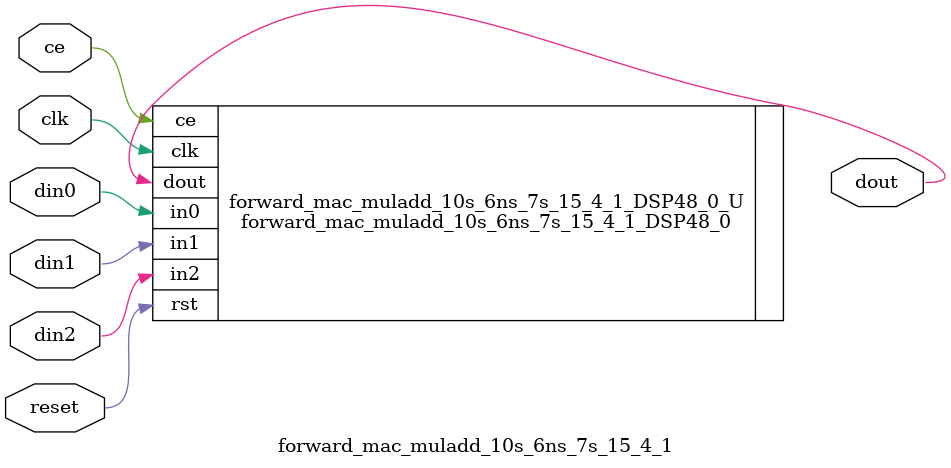
<source format=v>

module forward_mac_muladd_10s_6ns_7s_15_4_1(clk,reset,ce,din0,din1,din2,dout);  
parameter ID = 32'd1;
parameter NUM_STAGE = 32'd1;
parameter din0_WIDTH = 32'd1;
parameter din1_WIDTH = 32'd1;
parameter din2_WIDTH = 32'd1;
parameter dout_WIDTH = 32'd1;
input clk;
input reset;
input ce;
input[din0_WIDTH - 1:0] din0;
input[din1_WIDTH - 1:0] din1;
input[din2_WIDTH - 1:0] din2;
output[dout_WIDTH - 1:0] dout;
forward_mac_muladd_10s_6ns_7s_15_4_1_DSP48_0 forward_mac_muladd_10s_6ns_7s_15_4_1_DSP48_0_U(.clk( clk ),.rst( reset ),.ce( ce ),.in0( din0 ),.in1( din1 ),.in2( din2 ),.dout( dout ));
endmodule

</source>
